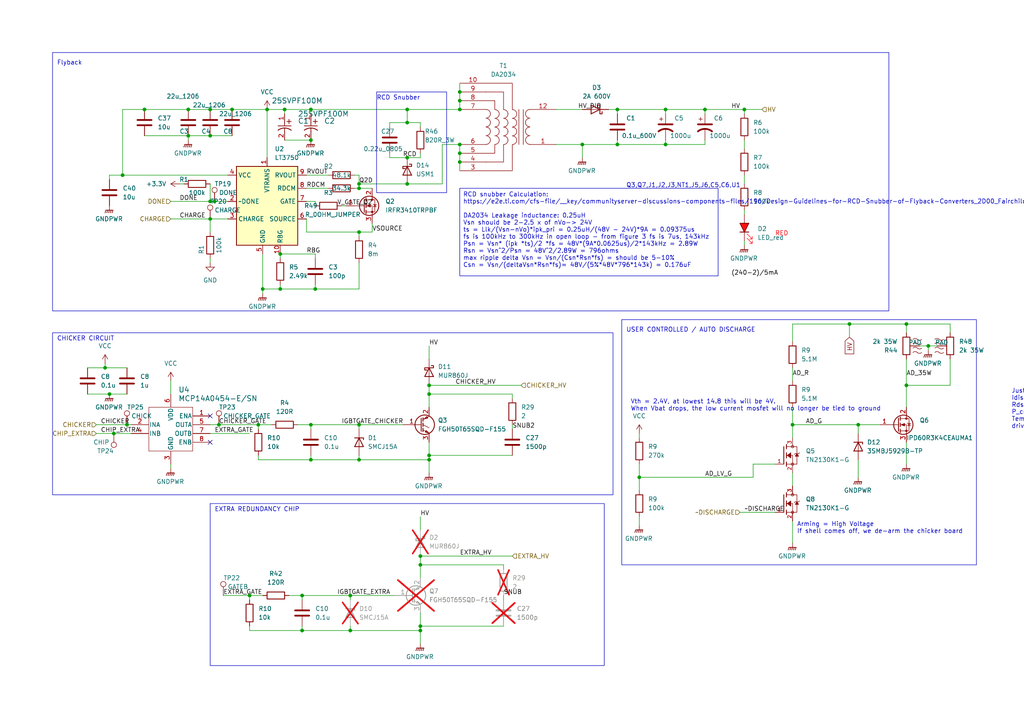
<source format=kicad_sch>
(kicad_sch (version 20230121) (generator eeschema)
  (paper "A4")
  (junction (at 133.35 26.67))
  (junction (at 193.04 41.91))
  (junction (at 121.92 161.29))
  (junction (at 101.6 172.72))
  (junction (at 246.38 93.98))
  (junction (at 168.91 41.91))
  (junction (at 67.31 31.75))
  (junction (at 30.48 106.68))
  (junction (at 133.35 29.21))
  (junction (at 81.28 73.66))
  (junction (at 248.92 123.19))
  (junction (at 124.46 133.35))
  (junction (at 104.14 67.31))
  (junction (at 90.17 31.75))
  (junction (at 133.35 46.99))
  (junction (at 90.17 40.64))
  (junction (at 90.17 133.35))
  (junction (at 118.11 45.72))
  (junction (at 62.23 58.42))
  (junction (at 121.92 182.88))
  (junction (at 121.92 163.83))
  (junction (at 60.96 58.42))
  (junction (at 118.11 35.56))
  (junction (at 124.46 114.3))
  (junction (at 77.47 31.75))
  (junction (at 60.96 63.5))
  (junction (at 104.14 123.19))
  (junction (at 133.35 44.45))
  (junction (at 35.56 50.8))
  (junction (at 179.07 31.75))
  (junction (at 104.14 53.34))
  (junction (at 262.89 93.98))
  (junction (at 262.89 111.76))
  (junction (at 60.96 39.37))
  (junction (at 87.63 172.72))
  (junction (at 90.17 123.19))
  (junction (at 229.87 123.19))
  (junction (at 72.39 172.72))
  (junction (at 81.28 83.82))
  (junction (at 118.11 31.75))
  (junction (at 33.02 125.73))
  (junction (at 179.07 41.91))
  (junction (at 104.14 133.35))
  (junction (at 54.61 39.37))
  (junction (at 74.93 123.19))
  (junction (at 87.63 182.88))
  (junction (at 204.47 31.75))
  (junction (at 60.96 31.75))
  (junction (at 54.61 31.75))
  (junction (at 76.2 83.82))
  (junction (at 133.35 41.91))
  (junction (at 185.42 138.43))
  (junction (at 101.6 182.88))
  (junction (at 121.92 181.61))
  (junction (at 118.11 53.34))
  (junction (at 269.24 100.33))
  (junction (at 91.44 83.82))
  (junction (at 31.75 114.3))
  (junction (at 104.14 54.61))
  (junction (at 133.35 31.75))
  (junction (at 36.83 123.19))
  (junction (at 215.9 31.75))
  (junction (at 124.46 111.76))
  (junction (at 41.91 31.75))
  (junction (at 63.5 123.19))
  (junction (at 124.46 132.08))
  (junction (at 193.04 31.75))
  (junction (at 82.55 31.75))
  (no_connect (at 60.96 128.27))
  (no_connect (at 60.96 120.65))
  (wire (pts (xy 148.59 115.57) (xy 148.59 114.3)))
  (wire (pts (xy 168.91 41.91) (xy 179.07 41.91)))
  (wire (pts (xy 121.92 161.29) (xy 148.59 161.29)))
  (wire (pts (xy 124.46 100.33) (xy 124.46 104.14)))
  (wire (pts (xy 60.96 125.73) (xy 72.39 125.73)))
  (wire (pts (xy 146.05 165.1) (xy 146.05 163.83)))
  (wire (pts (xy 168.91 41.91) (xy 168.91 45.72)))
  (wire (pts (xy 229.87 118.11) (xy 229.87 123.19)))
  (wire (pts (xy 215.9 40.64) (xy 215.9 43.18)))
  (wire (pts (xy 104.14 132.08) (xy 104.14 133.35)))
  (wire (pts (xy 91.44 73.66) (xy 91.44 74.93)))
  (wire (pts (xy 91.44 58.42) (xy 88.9 58.42)))
  (wire (pts (xy 74.93 123.19) (xy 74.93 124.46)))
  (wire (pts (xy 248.92 123.19) (xy 229.87 123.19)))
  (wire (pts (xy 27.94 123.19) (xy 36.83 123.19)))
  (wire (pts (xy 88.9 50.8) (xy 95.25 50.8)))
  (wire (pts (xy 185.42 138.43) (xy 185.42 134.62)))
  (wire (pts (xy 193.04 31.75) (xy 204.47 31.75)))
  (wire (pts (xy 81.28 73.66) (xy 91.44 73.66)))
  (wire (pts (xy 25.4 114.3) (xy 31.75 114.3)))
  (wire (pts (xy 60.96 39.37) (xy 67.31 39.37)))
  (wire (pts (xy 218.44 134.62) (xy 218.44 138.43)))
  (wire (pts (xy 176.53 31.75) (xy 179.07 31.75)))
  (wire (pts (xy 77.47 31.75) (xy 77.47 45.72)))
  (wire (pts (xy 60.96 53.34) (xy 60.96 58.42)))
  (wire (pts (xy 229.87 99.06) (xy 229.87 93.98)))
  (wire (pts (xy 104.14 67.31) (xy 104.14 68.58)))
  (wire (pts (xy 185.42 138.43) (xy 218.44 138.43)))
  (wire (pts (xy 31.75 50.8) (xy 35.56 50.8)))
  (wire (pts (xy 269.24 101.6) (xy 269.24 100.33)))
  (wire (pts (xy 99.06 59.69) (xy 100.33 59.69)))
  (wire (pts (xy 49.53 110.49) (xy 49.53 114.3)))
  (wire (pts (xy 133.35 24.13) (xy 133.35 26.67)))
  (wire (pts (xy 60.96 31.75) (xy 67.31 31.75)))
  (wire (pts (xy 215.9 31.75) (xy 220.98 31.75)))
  (wire (pts (xy 229.87 93.98) (xy 246.38 93.98)))
  (wire (pts (xy 87.63 182.88) (xy 101.6 182.88)))
  (wire (pts (xy 104.14 123.19) (xy 116.84 123.19)))
  (wire (pts (xy 72.39 172.72) (xy 72.39 173.99)))
  (wire (pts (xy 60.96 63.5) (xy 66.04 63.5)))
  (wire (pts (xy 72.39 182.88) (xy 87.63 182.88)))
  (wire (pts (xy 179.07 40.64) (xy 179.07 41.91)))
  (wire (pts (xy 179.07 31.75) (xy 179.07 33.02)))
  (wire (pts (xy 35.56 31.75) (xy 41.91 31.75)))
  (wire (pts (xy 90.17 133.35) (xy 104.14 133.35)))
  (wire (pts (xy 60.96 58.42) (xy 62.23 58.42)))
  (wire (pts (xy 124.46 133.35) (xy 124.46 137.16)))
  (wire (pts (xy 113.03 45.72) (xy 118.11 45.72)))
  (wire (pts (xy 204.47 33.02) (xy 204.47 31.75)))
  (wire (pts (xy 49.53 134.62) (xy 49.53 135.89)))
  (wire (pts (xy 87.63 181.61) (xy 87.63 182.88)))
  (wire (pts (xy 124.46 114.3) (xy 148.59 114.3)))
  (wire (pts (xy 101.6 182.88) (xy 121.92 182.88)))
  (wire (pts (xy 121.92 177.8) (xy 121.92 181.61)))
  (wire (pts (xy 86.36 123.19) (xy 90.17 123.19)))
  (wire (pts (xy 78.74 123.19) (xy 74.93 123.19)))
  (wire (pts (xy 31.75 114.3) (xy 36.83 114.3)))
  (wire (pts (xy 60.96 67.31) (xy 60.96 63.5)))
  (wire (pts (xy 49.53 63.5) (xy 60.96 63.5)))
  (wire (pts (xy 229.87 123.19) (xy 229.87 127)))
  (wire (pts (xy 102.87 50.8) (xy 104.14 50.8)))
  (wire (pts (xy 54.61 39.37) (xy 54.61 40.64)))
  (wire (pts (xy 204.47 41.91) (xy 204.47 40.64)))
  (wire (pts (xy 121.92 163.83) (xy 146.05 163.83)))
  (wire (pts (xy 133.35 26.67) (xy 133.35 29.21)))
  (wire (pts (xy 36.83 123.19) (xy 38.1 123.19)))
  (wire (pts (xy 229.87 151.13) (xy 229.87 157.48)))
  (wire (pts (xy 248.92 123.19) (xy 248.92 125.73)))
  (wire (pts (xy 41.91 39.37) (xy 54.61 39.37)))
  (wire (pts (xy 74.93 132.08) (xy 74.93 133.35)))
  (wire (pts (xy 161.29 31.75) (xy 168.91 31.75)))
  (wire (pts (xy 76.2 172.72) (xy 72.39 172.72)))
  (wire (pts (xy 121.92 44.45) (xy 121.92 45.72)))
  (wire (pts (xy 63.5 123.19) (xy 74.93 123.19)))
  (wire (pts (xy 27.94 125.73) (xy 33.02 125.73)))
  (wire (pts (xy 36.83 106.68) (xy 30.48 106.68)))
  (wire (pts (xy 88.9 67.31) (xy 104.14 67.31)))
  (wire (pts (xy 101.6 173.99) (xy 101.6 172.72)))
  (wire (pts (xy 87.63 172.72) (xy 101.6 172.72)))
  (wire (pts (xy 275.59 111.76) (xy 262.89 111.76)))
  (wire (pts (xy 113.03 35.56) (xy 118.11 35.56)))
  (wire (pts (xy 215.9 31.75) (xy 215.9 33.02)))
  (wire (pts (xy 87.63 172.72) (xy 87.63 173.99)))
  (wire (pts (xy 107.95 67.31) (xy 104.14 67.31)))
  (wire (pts (xy 60.96 74.93) (xy 60.96 76.2)))
  (wire (pts (xy 133.35 46.99) (xy 133.35 49.53)))
  (wire (pts (xy 121.92 181.61) (xy 121.92 182.88)))
  (wire (pts (xy 118.11 53.34) (xy 128.27 53.34)))
  (wire (pts (xy 91.44 83.82) (xy 104.14 83.82)))
  (wire (pts (xy 88.9 54.61) (xy 95.25 54.61)))
  (wire (pts (xy 104.14 50.8) (xy 104.14 53.34)))
  (wire (pts (xy 91.44 82.55) (xy 91.44 83.82)))
  (wire (pts (xy 275.59 93.98) (xy 262.89 93.98)))
  (wire (pts (xy 121.92 149.86) (xy 121.92 153.67)))
  (wire (pts (xy 185.42 138.43) (xy 185.42 142.24)))
  (wire (pts (xy 193.04 31.75) (xy 193.04 33.02)))
  (wire (pts (xy 118.11 45.72) (xy 121.92 45.72)))
  (wire (pts (xy 54.61 39.37) (xy 60.96 39.37)))
  (wire (pts (xy 128.27 41.91) (xy 128.27 53.34)))
  (wire (pts (xy 104.14 76.2) (xy 104.14 83.82)))
  (wire (pts (xy 262.89 93.98) (xy 262.89 96.52)))
  (wire (pts (xy 81.28 73.66) (xy 81.28 74.93)))
  (wire (pts (xy 35.56 50.8) (xy 66.04 50.8)))
  (wire (pts (xy 83.82 172.72) (xy 87.63 172.72)))
  (wire (pts (xy 30.48 105.41) (xy 30.48 106.68)))
  (wire (pts (xy 81.28 83.82) (xy 91.44 83.82)))
  (wire (pts (xy 35.56 31.75) (xy 35.56 50.8)))
  (wire (pts (xy 262.89 128.27) (xy 262.89 134.62)))
  (wire (pts (xy 193.04 40.64) (xy 193.04 41.91)))
  (wire (pts (xy 121.92 161.29) (xy 121.92 163.83)))
  (wire (pts (xy 275.59 104.14) (xy 275.59 111.76)))
  (wire (pts (xy 113.03 36.83) (xy 113.03 35.56)))
  (wire (pts (xy 269.24 100.33) (xy 266.7 100.33)))
  (wire (pts (xy 74.93 133.35) (xy 90.17 133.35)))
  (wire (pts (xy 121.92 182.88) (xy 121.92 186.69)))
  (wire (pts (xy 121.92 35.56) (xy 121.92 36.83)))
  (wire (pts (xy 246.38 97.79) (xy 246.38 93.98)))
  (wire (pts (xy 104.14 133.35) (xy 124.46 133.35)))
  (wire (pts (xy 104.14 53.34) (xy 104.14 54.61)))
  (wire (pts (xy 118.11 31.75) (xy 133.35 31.75)))
  (wire (pts (xy 76.2 73.66) (xy 76.2 83.82)))
  (wire (pts (xy 107.95 67.31) (xy 107.95 64.77)))
  (wire (pts (xy 151.13 111.76) (xy 124.46 111.76)))
  (wire (pts (xy 224.79 134.62) (xy 218.44 134.62)))
  (wire (pts (xy 193.04 41.91) (xy 204.47 41.91)))
  (wire (pts (xy 124.46 114.3) (xy 124.46 118.11)))
  (wire (pts (xy 90.17 31.75) (xy 90.17 33.02)))
  (wire (pts (xy 77.47 31.75) (xy 82.55 31.75)))
  (wire (pts (xy 64.77 172.72) (xy 72.39 172.72)))
  (wire (pts (xy 118.11 35.56) (xy 121.92 35.56)))
  (wire (pts (xy 101.6 181.61) (xy 101.6 182.88)))
  (wire (pts (xy 275.59 96.52) (xy 275.59 93.98)))
  (wire (pts (xy 91.44 59.69) (xy 91.44 58.42)))
  (wire (pts (xy 54.61 31.75) (xy 60.96 31.75)))
  (wire (pts (xy 248.92 133.35) (xy 248.92 138.43)))
  (wire (pts (xy 185.42 125.73) (xy 185.42 127)))
  (wire (pts (xy 121.92 163.83) (xy 121.92 167.64)))
  (wire (pts (xy 60.96 123.19) (xy 63.5 123.19)))
  (wire (pts (xy 269.24 100.33) (xy 271.78 100.33)))
  (wire (pts (xy 179.07 31.75) (xy 193.04 31.75)))
  (wire (pts (xy 124.46 128.27) (xy 124.46 132.08)))
  (wire (pts (xy 33.02 125.73) (xy 38.1 125.73)))
  (wire (pts (xy 121.92 181.61) (xy 146.05 181.61)))
  (wire (pts (xy 52.07 53.34) (xy 53.34 53.34)))
  (wire (pts (xy 76.2 83.82) (xy 76.2 85.09)))
  (wire (pts (xy 81.28 82.55) (xy 81.28 83.82)))
  (wire (pts (xy 229.87 106.68) (xy 229.87 110.49)))
  (wire (pts (xy 133.35 41.91) (xy 133.35 44.45)))
  (wire (pts (xy 41.91 31.75) (xy 54.61 31.75)))
  (wire (pts (xy 262.89 104.14) (xy 262.89 111.76)))
  (wire (pts (xy 31.75 50.8) (xy 31.75 52.07)))
  (wire (pts (xy 214.63 148.59) (xy 224.79 148.59)))
  (wire (pts (xy 204.47 31.75) (xy 215.9 31.75)))
  (wire (pts (xy 262.89 111.76) (xy 262.89 118.11)))
  (wire (pts (xy 25.4 106.68) (xy 30.48 106.68)))
  (wire (pts (xy 82.55 31.75) (xy 82.55 33.02)))
  (wire (pts (xy 88.9 67.31) (xy 88.9 63.5)))
  (wire (pts (xy 90.17 123.19) (xy 90.17 124.46)))
  (wire (pts (xy 76.2 83.82) (xy 81.28 83.82)))
  (wire (pts (xy 49.53 58.42) (xy 60.96 58.42)))
  (wire (pts (xy 101.6 172.72) (xy 114.3 172.72)))
  (wire (pts (xy 146.05 172.72) (xy 146.05 173.99)))
  (wire (pts (xy 82.55 40.64) (xy 90.17 40.64)))
  (wire (pts (xy 255.27 123.19) (xy 248.92 123.19)))
  (wire (pts (xy 179.07 41.91) (xy 193.04 41.91)))
  (wire (pts (xy 104.14 124.46) (xy 104.14 123.19)))
  (wire (pts (xy 113.03 44.45) (xy 113.03 45.72)))
  (wire (pts (xy 90.17 132.08) (xy 90.17 133.35)))
  (wire (pts (xy 107.95 54.61) (xy 104.14 54.61)))
  (wire (pts (xy 90.17 31.75) (xy 118.11 31.75)))
  (wire (pts (xy 215.9 50.8) (xy 215.9 53.34)))
  (wire (pts (xy 128.27 41.91) (xy 133.35 41.91)))
  (wire (pts (xy 215.9 60.96) (xy 215.9 62.23)))
  (wire (pts (xy 133.35 29.21) (xy 133.35 31.75)))
  (wire (pts (xy 118.11 31.75) (xy 118.11 35.56)))
  (wire (pts (xy 124.46 132.08) (xy 124.46 133.35)))
  (wire (pts (xy 82.55 31.75) (xy 90.17 31.75)))
  (wire (pts (xy 229.87 137.16) (xy 229.87 140.97)))
  (wire (pts (xy 90.17 123.19) (xy 104.14 123.19)))
  (wire (pts (xy 124.46 111.76) (xy 124.46 114.3)))
  (wire (pts (xy 72.39 181.61) (xy 72.39 182.88)))
  (wire (pts (xy 185.42 149.86) (xy 185.42 152.4)))
  (wire (pts (xy 215.9 69.85) (xy 215.9 71.12)))
  (wire (pts (xy 67.31 31.75) (xy 77.47 31.75)))
  (wire (pts (xy 246.38 93.98) (xy 262.89 93.98)))
  (wire (pts (xy 133.35 44.45) (xy 133.35 46.99)))
  (wire (pts (xy 102.87 54.61) (xy 104.14 54.61)))
  (wire (pts (xy 104.14 53.34) (xy 118.11 53.34)))
  (wire (pts (xy 161.29 41.91) (xy 168.91 41.91)))
  (wire (pts (xy 62.23 58.42) (xy 66.04 58.42)))
  (wire (pts (xy 124.46 132.08) (xy 148.59 132.08)))
  (wire (pts (xy 148.59 123.19) (xy 148.59 124.46)))
  (rectangle (start 60.96 146.05) (end 175.26 193.04))
  (rectangle (start 15.24 15.24) (end 257.81 90.17))
  (rectangle (start 180.34 92.71) (end 283.21 163.83))
  (rectangle (start 109.22 26.67) (end 129.54 55.88))
  (rectangle (start 15.24 96.52) (end 177.8 143.51))
  (text_box "RCD snubber Calculation: https://e2e.ti.com/cfs-file/__key/communityserver-discussions-components-files/196/Design-Guidelines-for-RCD-Snubber-of-Flyback-Converters_2D00_Fairchild-AN4147.pdf\n\nDA2034 Leakage inductance: 0.25uH\nVsn should be 2-2.5 x of nVo-> 24V\nts = Llk/(Vsn-nVo)*ipk_pri = 0.25uH/(48V - 24V)*9A = 0.09375us\nfs is 100kHz to 300kHz in open loop - from figure 3 fs is 7us, 143kHz\nPsn = Vsn* (ipk *ts)/2 *fs = 48V*(9A*0.0625us)/2*143kHz = 2.89W\nRsn = Vsn^2/Psn = 48V^2/2.89W = 796ohms\nmax ripple delta Vsn = Vsn/(Csn*Rsn*fs) = should be 5-10%\nCsn = Vsn/(deltaVsn*Rsn*fs)= 48V/(5%*48V*796*143k) = 0.176uF\n" (at 133.35 54.61 0) (size 74.93 25.4) (effects (font (size 1.27 1.27)) (justify left top)))
  (text "(240-2)/5mA" (at 212.09 80.01 0) (effects (font (size 1.27 1.27)) (justify left bottom)))
  (text "RCD Snubber" (at 109.22 29.21 0) (effects (font (size 1.27 1.27)) (justify left bottom)))
  (text "Justification for autodischarge mosfet:\nIdis = 240/2k = 0.12A\nRdson = 3.4ohms\nP_cond = Rdson * Idis^2 = 3.4*0.12^2=0.049W\nTemp increase = 45C/W*0.049W = 2Celcius (easily overspecced due to cost)\ndrive voltage of 10V" (at 293.37 124.46 0) (effects (font (size 1.27 1.27)) (justify left bottom)))
  (text "Arming = High Voltage\nIf shell comes off, we de-arm the chicker board" (at 231.14 154.94 0) (effects (font (size 1.27 1.27)) (justify left bottom)))
  (text "Q3,Q7,J1,J2,J3,NT1,J5,J6,C5,C6,U1" (at 181.61 54.61 0) (effects (font (size 1.27 1.27)) (justify left bottom)))
  (text "Flyback" (at 16.51 19.05 0) (effects (font (size 1.27 1.27)) (justify left bottom)))
  (text "USER CONTROLLED / AUTO DISCHARGE" (at 181.61 96.52 0) (effects (font (size 1.27 1.27)) (justify left bottom)))
  (text "Vth = 2.4V, at lowest 14.8 this will be 4V. \nWhen Vbat drops, the low current mosfet will no longer be tied to ground" (at 182.88 119.38 0) (effects (font (size 1.27 1.27)) (justify left bottom)))
  (text "RED" (at 224.79 68.58 0) (effects (font (size 1.27 1.27)) (justify left bottom)))
  (text "EXTRA REDUNDANCY CHIP" (at 62.23 148.59 0) (effects (font (size 1.27 1.27)) (justify left bottom)))
  (text "CHICKER CIRCUIT" (at 16.51 99.06 0) (effects (font (size 1.27 1.27)) (justify left bottom)))
  (label "AD_LV_G" (at 204.47 138.43 0))
  (label "V_GATE_Q2" (at 97.79 59.69 0))
  (label "IGBTGATE_CHICKER" (at 99.06 123.19 0))
  (label "HV" (at 124.46 100.33 0))
  (label "AD_35W" (at 262.89 109.22 0))
  (label "EXTRA_GATE" (at 64.77 172.72 0))
  (label "CHICKER_GATE" (at 63.5 123.19 0))
  (label "IGBTGATE_EXTRA" (at 97.79 172.72 0))
  (label "DONE" (at 52.07 58.42 0))
  (label "EXTRA_HV" (at 133.35 161.29 0))
  (label "RDCM" (at 88.9 54.61 0))
  (label "CHICKER_HV" (at 132.08 111.76 0))
  (label "AD_R" (at 229.87 109.22 0))
  (label "HV_DIO" (at 167.64 31.75 0))
  (label "~DISCHARGE" (at 215.9 148.59 0))
  (label "Q2D" (at 104.14 53.34 0))
  (label "EXTRA_GATE" (at 62.23 125.73 0))
  (label "RCD" (at 116.84 45.72 0))
  (label "SNUB" (at 146.05 172.72 0))
  (label "AD_G" (at 233.68 123.19 0))
  (label "HV" (at 121.92 149.86 0))
  (label "CHARGE" (at 52.07 63.5 0))
  (label "SNUB2" (at 148.59 124.46 0))
  (label "CHIP_EXTRA" (at 29.21 125.73 0))
  (label "RVOUT" (at 88.9 50.8 0))
  (label "RBG" (at 88.9 73.66 0))
  (label "CHICKER" (at 29.21 123.19 0))
  (label "VSOURCE" (at 107.95 67.31 0))
  (label "HV" (at 212.09 31.75 0))
  (global_label "HV" (shape input) (at 246.38 97.79 270) (property "Intersheetrefs" "${INTERSHEET_REFS}" (effects hide)))
  (hierarchical_label "CHICKER" (shape input) (at 27.94 123.19 180))
  (hierarchical_label "EXTRA_HV" (shape input) (at 148.59 161.29 0))
  (hierarchical_label "~DISCHARGE" (shape input) (at 214.63 148.59 180))
  (hierarchical_label "CHARGE" (shape input) (at 49.53 63.5 180))
  (hierarchical_label "DONE" (shape input) (at 49.53 58.42 180))
  (hierarchical_label "CHIP_EXTRA" (shape input) (at 27.94 125.73 180))
  (hierarchical_label "HV" (shape input) (at 220.98 31.75 0))
  (hierarchical_label "CHICKER_HV" (shape input) (at 151.13 111.76 0))
  (symbol (lib_id "bots:C_100p") (at 91.44 78.74 0) (unit 1)
    (property "Reference" "C3" (at 95.25 77.47 0) (effects (justify left)))
    (property "Value" "100p" (at 95.25 80.01 0) (effects (justify left)))
    (property "Footprint" "bots:C_0603_1608Metric" (effects hide))
    (property "MPN" "CL10C101JB8NNNC" (effects hide))
    (property "Manufacturer" "Samsung Electro-Mechanics" (effects hide))
    (property "Price" "0.0026" (effects hide))
    (property "JLC" "0603" (effects hide))
    (property "LCSC" "C14858" (effects hide))
    (property "JLC Extended" "no" (effects hide))
    (instances (project "chicker" (path "" (reference "C3") (unit 1)) (path "" (reference "C7") (unit 1))))
  )
  (symbol (lib_id "power:GNDPWR") (at 215.9 71.12 0) (unit 1)
    (property "Reference" "#PWR020" (effects hide))
    (property "Value" "GNDPWR" (at 215.773 74.93 0))
  )
  (symbol (lib_id "bots:R_100k") (at 185.42 146.05 0) (unit 1)
    (property "Reference" "R9" (at 187.96 144.78 0) (effects (justify left)))
    (property "Value" "100k" (at 187.96 147.32 0) (effects (justify left)))
    (property "Footprint" "bots:R_0603_1608Metric" (effects hide))
    (property "MPN" "0603WAF1003T5E" (effects hide))
    (property "Manufacturer" "UNI-ROYAL(Uniroyal Elec)" (effects hide))
    (property "Price" "0.0009" (effects hide))
    (property "JLC" "0603" (effects hide))
    (property "LCSC" "C25803" (effects hide))
    (property "JLC Extended" "no" (effects hide))
    (instances (project "chicker" (path "" (reference "R9") (unit 1)) (path "" (reference "R32") (unit 1))))
  )
  (symbol (lib_id "power:GNDPWR") (at 185.42 152.4 0) (unit 1)
    (property "Reference" "#PWR054" (effects hide))
    (property "Value" "GNDPWR" (at 185.293 156.21 0))
  )
  (symbol (lib_id "bots:TN2130K1-G") (at 227.33 132.08 0) (unit 1)
    (property "Reference" "Q5" (at 233.68 130.81 0) (effects (justify left)))
    (property "Value" "TN2130K1-G\n" (at 233.68 133.35 0) (effects (justify left)))
    (property "Footprint" "bots:SOT95P240X111-3N" (effects hide))
    (property "Package" "SOT-23-3" (effects hide))
    (property "Price" "0.65" (effects hide))
    (property "Description" "N-Channel 50 V 200mA (Ta) 225mW (Ta) Surface Mount SOT-23-3 (TO-236)" (effects hide))
    (property "MPN" "TN2130K1-G" (effects hide))
    (property "JLC" "SOT-23-3" (effects hide))
    (property "LCSC" "C626652" (effects hide))
    (property "Manufacturer" "Microchip" (effects hide))
    (property "MF" "Diodes Inc." (effects hide))
    (property "JLC Extended" "yes" (effects hide))
  )
  (symbol (lib_id "power:GNDPWR") (at 248.92 138.43 0) (unit 1)
    (property "Reference" "#PWR072" (effects hide))
    (property "Value" "GNDPWR" (at 248.793 142.24 0))
  )
  (symbol (lib_id "power:GNDPWR") (at 76.2 85.09 0) (unit 1)
    (property "Reference" "#PWR02" (effects hide))
    (property "Value" "GNDPWR" (at 76.073 88.9 0))
  )
  (symbol (lib_id "bots:TestPoint_1x1") (at 36.83 123.19 0) (unit 1) (in_bom no)
    (property "Reference" "TP25" (at 36.83 118.11 0) (effects (justify left)))
    (property "Value" "CHICK" (at 38.1 120.65 0) (effects (justify left)))
    (property "Footprint" "bots:TestPoint_Pad_1.0x1.0mm" (effects hide))
    (instances (project "chicker" (path "" (reference "TP25") (unit 1)) (path "" (reference "TP18") (unit 1))))
  )
  (symbol (lib_id "bots:R_270k") (at 185.42 130.81 0) (unit 1)
    (property "Reference" "R9" (at 187.96 129.54 0) (effects (justify left)))
    (property "Value" "270k" (at 187.96 132.08 0) (effects (justify left)))
    (property "Footprint" "bots:R_0603_1608Metric" (effects hide))
    (property "MPN" "0603WAF2703T5E" (effects hide))
    (property "Manufacturer" "UNI-ROYAL(Uniroyal Elec)" (effects hide))
    (property "Price" "0.0009" (effects hide))
    (property "JLC" "0603" (effects hide))
    (property "LCSC" "C22965" (effects hide))
    (property "JLC Extended" "no" (effects hide))
    (instances (project "chicker" (path "" (reference "R9") (unit 1)) (path "" (reference "R31") (unit 1))))
  )
  (symbol (lib_id "power:GNDPWR") (at 269.24 101.6 0) (unit 1)
    (property "Reference" "#PWR073" (effects hide))
    (property "Value" "GNDPWR" (at 269.113 105.41 0))
  )
  (symbol (lib_id "bots:C_1000u_POL_reversed") (at 204.47 36.83 0) (unit 1)
    (property "Reference" "C6" (at 207.01 34.29 0) (effects (justify left)))
    (property "Value" "1000u" (at 205.74 39.37 0) (effects (justify left)))
    (property "Footprint" "bots:CP_Radial_Horizontal_D25.4mm_H45mm_reversed" (effects hide))
    (property "MPN" "ESMQ251VSN102MQ45S" (effects hide))
    (property "Manufacturer" "Chemi-Con" (effects hide))
    (property "Price" "9.07" (effects hide))
  )
  (symbol (lib_id "power:GNDPWR") (at 124.46 137.16 0) (unit 1)
    (property "Reference" "#PWR021" (effects hide))
    (property "Value" "GNDPWR" (at 124.333 140.97 0))
  )
  (symbol (lib_id "bots:TestPoint_1x1") (at 64.77 172.72 0) (unit 1) (in_bom no)
    (property "Reference" "TP22" (at 64.77 167.64 0) (effects (justify left)))
    (property "Value" "GATEB" (at 66.04 170.18 0) (effects (justify left)))
    (property "Footprint" "bots:TestPoint_Pad_1.0x1.0mm" (effects hide))
    (instances (project "chicker" (path "" (reference "TP22") (unit 1)) (path "" (reference "TP18") (unit 1))))
  )
  (symbol (lib_id "bots:LED_red") (at 215.9 66.04 90) (unit 1)
    (property "Reference" "D2" (at 219.71 66.3575 90) (effects (justify right)))
    (property "Value" "LED_red" (at 219.71 68.8975 90) (effects (justify right)))
    (property "Footprint" "bots:LED_1206MERGE0805" (effects hide))
    (property "MPN" "NCD0805R1" (effects hide))
    (property "Manufacturer" "Foshan NationStar Optoelectronics" (effects hide))
    (property "Price" "0.0122" (effects hide))
    (property "JLC" "0805" (effects hide))
    (property "LCSC" "C84256" (effects hide))
    (property "JLC Extended" "no" (effects hide))
    (instances (project "chicker" (path "" (reference "D2") (unit 1)) (path "" (reference "D4") (unit 1))))
  )
  (symbol (lib_id "bots:R_47.5k") (at 99.06 50.8 90) (unit 1)
    (property "Reference" "R2" (at 95.25 48.26 90))
    (property "Value" "48.1k" (at 99.06 50.8 90))
    (property "Footprint" "bots:R_0603_1608Metric" (effects hide))
    (property "MPN" "0603WAF4752T5E" (effects hide))
    (property "Manufacturer" "UNI-ROYAL(Uniroyal Elec)" (effects hide))
    (property "Price" "0.0009" (effects hide))
    (property "JLC" "0603" (effects hide))
    (property "LCSC" "C23061" (effects hide))
    (instances (project "chicker" (path "" (reference "R2") (unit 1)) (path "" (reference "R5") (unit 1))))
  )
  (symbol (lib_id "bots:IPD60R3K4CEAUMA1") (at 260.35 123.19 0) (unit 1)
    (property "Reference" "Q6" (at 266.7 121.92 0) (effects (justify left)))
    (property "Value" "IPD60R3K4CEAUMA1" (at 262.89 127 0) (effects (justify left)))
    (property "Footprint" "bots:DPAK-3_ONS" (effects hide))
    (property "Manufacturer" "Infineon" (effects hide))
    (property "MPN" "IPD60R3K4CEAUMA1" (effects hide))
    (property "JLC" "TO-252" (effects hide))
    (property "LCSC" "N/A" (effects hide))
    (property "Price" "0.653" (effects hide))
    (property "JLC Extended" "N/A" (effects hide))
  )
  (symbol (lib_id "bots:TestPoint_1x1") (at 63.5 123.19 0) (unit 1) (in_bom no)
    (property "Reference" "TP23" (at 63.5 118.11 0) (effects (justify left)))
    (property "Value" "CHICKER_GATE" (at 64.77 120.65 0) (effects (justify left)))
    (property "Footprint" "bots:TestPoint_Pad_1.0x1.0mm" (effects hide))
    (instances (project "chicker" (path "" (reference "TP23") (unit 1)) (path "" (reference "TP18") (unit 1))))
  )
  (symbol (lib_name "R_100k_4") (lib_id "bots:R_100k") (at 215.9 46.99 180) (unit 1)
    (property "Reference" "R7" (at 218.44 45.72 0) (effects (justify right)))
    (property "Value" "100k" (at 218.44 48.26 0) (effects (justify right)))
    (property "Footprint" "bots:R_0603_1608Metric" (effects hide))
    (property "MPN" "0603WAF1003T5E" (effects hide))
    (property "Manufacturer" "UNI-ROYAL(Uniroyal Elec)" (effects hide))
    (property "Price" "0.0009" (effects hide))
    (property "JLC" "0603" (effects hide))
    (property "LCSC" "C25803" (effects hide))
    (property "JLC Extended" "no" (effects hide))
    (instances (project "chicker" (path "" (reference "R7") (unit 1)) (path "" (reference "R10") (unit 1))))
  )
  (symbol (lib_id "bots:C_1500p") (at 148.59 128.27 0) (unit 1)
    (property "Reference" "C27" (at 152.4 127 0) (effects (justify left)))
    (property "Value" "1500p" (at 152.4 129.54 0) (effects (justify left)))
    (property "Footprint" "bots:C_0805_2012Metric" (effects hide))
    (property "MPN" "C2012C0G2A152JT000N" (effects hide))
    (property "Manufacturer" "TDK" (effects hide))
    (property "Price" "0.0396" (effects hide))
    (property "JLC" "0805" (effects hide))
    (property "LCSC" "C342996" (effects hide))
    (instances (project "chicker" (path "" (reference "C27") (unit 1)) (path "" (reference "C10") (unit 1))))
  )
  (symbol (lib_id "bots:D_USM1") (at 118.11 49.53 270) (unit 1)
    (property "Reference" "D14" (at 120.65 47.9425 90) (effects (justify left)))
    (property "Value" "USM1" (at 120.65 50.4825 90) (effects (justify left)))
    (property "Footprint" "bots:D_SMA" (effects hide))
    (property "MPN" "USM1" (effects hide))
    (property "Manufacturer" "Vishay Intertech" (effects hide))
    (property "Price" "0.1038" (effects hide))
    (property "JLC" "SMA" (effects hide))
    (property "LCSC" "C412437" (effects hide))
    (property "JLC Extended" "no" (effects hide))
  )
  (symbol (lib_id "power:GNDPWR") (at 31.75 114.3 0) (unit 1)
    (property "Reference" "#PWR046" (effects hide))
    (property "Value" "GNDPWR" (at 31.623 118.11 0))
  )
  (symbol (lib_name "R_100k_5") (lib_id "bots:R_100k") (at 57.15 53.34 270) (unit 1)
    (property "Reference" "R1" (at 53.34 52.07 90))
    (property "Value" "100k" (at 57.15 55.88 90))
    (property "Footprint" "bots:R_0603_1608Metric" (effects hide))
    (property "MPN" "0603WAF1003T5E" (effects hide))
    (property "Manufacturer" "UNI-ROYAL(Uniroyal Elec)" (effects hide))
    (property "Price" "0.0009" (effects hide))
    (property "JLC" "0603" (effects hide))
    (property "LCSC" "C25803" (effects hide))
    (property "JLC Extended" "no" (effects hide))
  )
  (symbol (lib_id "bots:R_120R") (at 82.55 123.19 90) (unit 1)
    (property "Reference" "R4" (at 82.55 116.84 90))
    (property "Value" "120R" (at 82.55 119.38 90))
    (property "Footprint" "bots:R_0603_1608Metric" (effects hide))
    (property "MPN" "0603WAF1200T5E" (effects hide))
    (property "Manufacturer" "UNI-ROYAL(Uniroyal Elec)" (effects hide))
    (property "Price" "0.001" (effects hide))
    (property "JLC" "0603" (effects hide))
    (property "LCSC" "C22787" (effects hide))
    (property "JLC Extended" "no" (effects hide))
  )
  (symbol (lib_id "power:GNDPWR") (at 262.89 134.62 0) (unit 1)
    (property "Reference" "#PWR062" (effects hide))
    (property "Value" "GNDPWR" (at 262.763 138.43 0))
  )
  (symbol (lib_id "power:GNDPWR") (at 168.91 45.72 0) (unit 1)
    (property "Reference" "#PWR018" (effects hide))
    (property "Value" "GNDPWR" (at 168.783 49.53 0))
  )
  (symbol (lib_id "power:VCC") (at 77.47 31.75 0) (unit 1)
    (property "Reference" "#PWR09" (effects hide))
    (property "Value" "VCC" (at 77.47 26.67 0))
  )
  (symbol (lib_id "bots:C_1000u_POL") (at 193.04 36.83 0) (unit 1)
    (property "Reference" "C5" (at 195.58 34.29 0) (effects (justify left)))
    (property "Value" "1000u" (at 194.31 39.37 0) (effects (justify left)))
    (property "Footprint" "bots:CP_Radial_Horizontal_D25.4mm_H45mm" (effects hide))
    (property "MPN" "ESMQ251VSN102MQ45S" (effects hide))
    (property "Manufacturer" "Chemi-Con" (effects hide))
    (property "Price" "9.07" (effects hide))
  )
  (symbol (lib_id "bots:DA2034") (at 151.13 36.83 0) (unit 1)
    (property "Reference" "T1" (at 146.0227 19.05 0))
    (property "Value" "DA2034" (at 146.0227 21.59 0))
    (property "Footprint" "bots:DA2034-ALD_COC" (effects hide))
    (property "MPN" "DA2034-ALD" (effects hide))
    (property "Manufacturer" "Coilcraft" (effects hide))
    (property "Price" "13.35" (effects hide))
  )
  (symbol (lib_id "bots:25SVPF100M") (at 82.55 33.02 270) (unit 1)
    (property "Reference" "C1" (at 86.36 35.0774 90) (effects (font (size 1.524 1.524)) (justify left)))
    (property "Value" "25SVPF100M" (at 78.74 29.21 90) (effects (font (size 1.524 1.524)) (justify left)))
    (property "Footprint" "bots:CAP_25SVPF100M" (effects hide))
    (property "Datasheet" "25SVPF100M" (effects hide))
    (property "LCSC" "C136279" (effects hide))
    (property "JLC Extended" "yes" (effects hide))
  )
  (symbol (lib_id "bots:C_10u") (at 41.91 35.56 0) (unit 1)
    (property "Reference" "C37" (at 45.72 34.29 0) (effects (justify left)))
    (property "Value" "10u" (at 45.72 36.83 0) (effects (justify left)))
    (property "Footprint" "bots:C_0805_2012Metric" (effects hide))
    (property "MPN" "GRM21BR61H106KE43L" (effects hide))
    (property "Manufacturer" "Murata" (effects hide))
    (property "Price" "0.0645" (effects hide))
    (property "JLC" "0805" (effects hide))
    (property "LCSC" "C440198" (effects hide))
    (property "JLC Extended" "no" (effects hide))
  )
  (symbol (lib_id "bots:R_120R") (at 80.01 172.72 90) (unit 1)
    (property "Reference" "R42" (at 80.01 166.37 90))
    (property "Value" "120R" (at 80.01 168.91 90))
    (property "Footprint" "bots:R_0603_1608Metric" (effects hide))
    (property "MPN" "0603WAF1200T5E" (effects hide))
    (property "Manufacturer" "UNI-ROYAL(Uniroyal Elec)" (effects hide))
    (property "Price" "0.001" (effects hide))
    (property "JLC" "0603" (effects hide))
    (property "LCSC" "C22787" (effects hide))
    (property "JLC Extended" "no" (effects hide))
  )
  (symbol (lib_id "bots:TestPoint_1x1") (at 33.02 125.73 180) (unit 1) (in_bom no)
    (property "Reference" "TP24" (at 33.02 130.81 0) (effects (justify left)))
    (property "Value" "CHIP" (at 31.75 128.27 0) (effects (justify left)))
    (property "Footprint" "bots:TestPoint_Pad_1.0x1.0mm" (effects hide))
    (instances (project "chicker" (path "" (reference "TP24") (unit 1)) (path "" (reference "TP18") (unit 1))))
  )
  (symbol (lib_id "power:+3.3V") (at 52.07 53.34 90) (unit 1)
    (property "Reference" "#PWR012" (effects hide))
    (property "Value" "+3.3V" (at 48.26 53.34 90) (effects (justify left)))
    (instances (project "chicker" (path "" (reference "#PWR012") (unit 1)) (path "" (reference "#PWR05") (unit 1))))
  )
  (symbol (lib_id "bots:TN2130K1-G") (at 227.33 146.05 0) (unit 1)
    (property "Reference" "Q8" (at 233.68 144.78 0) (effects (justify left)))
    (property "Value" "TN2130K1-G\n" (at 233.68 147.32 0) (effects (justify left)))
    (property "Footprint" "bots:SOT95P240X111-3N" (effects hide))
    (property "Package" "SOT-23-3" (effects hide))
    (property "Price" "0.67" (effects hide))
    (property "Description" "N-Channel 50 V 200mA (Ta) 225mW (Ta) Surface Mount SOT-23-3 (TO-236)" (effects hide))
    (property "MPN" "TN2130K1-G" (effects hide))
    (property "JLC" "SOT-23-3" (effects hide))
    (property "LCSC" "C626652" (effects hide))
    (property "Manufacturer" "Microchip" (effects hide))
    (property "MF" "Diodes Inc." (effects hide))
    (property "JLC Extended" "yes" (effects hide))
  )
  (symbol (lib_id "power:VCC") (at 49.53 110.49 0) (unit 1)
    (property "Reference" "#PWR09" (effects hide))
    (property "Value" "VCC" (at 49.53 105.41 0))
    (instances (project "chicker" (path "" (reference "#PWR09") (unit 1)) (path "" (reference "#PWR061") (unit 1))))
  )
  (symbol (lib_id "bots:C_0.1u") (at 87.63 177.8 0) (unit 1)
    (property "Reference" "C10" (at 91.44 176.53 0) (effects (justify left)))
    (property "Value" "0.1u" (at 91.44 179.07 0) (effects (justify left)))
    (property "Footprint" "bots:C_0603_1608Metric" (effects hide))
    (property "MPN" "CC0603KRX7R9BB104" (effects hide))
    (property "Manufacturer" "YAGEO" (effects hide))
    (property "Price" "0.0021" (effects hide))
    (property "JLC" "0603" (effects hide))
    (property "LCSC" "C14663" (effects hide))
    (property "JLC Extended" "no" (effects hide))
    (instances (project "chicker" (path "" (reference "C10") (unit 1)) (path "" (reference "C38") (unit 1))))
  )
  (symbol (lib_id "power:GNDPWR") (at 121.92 186.69 0) (unit 1)
    (property "Reference" "#PWR012" (effects hide))
    (property "Value" "GNDPWR" (at 121.793 190.5 0))
  )
  (symbol (lib_id "bots:C_10u") (at 31.75 55.88 0) (unit 1)
    (property "Reference" "C40" (at 35.56 54.61 0) (effects (justify left)))
    (property "Value" "10u" (at 35.56 57.15 0) (effects (justify left)))
    (property "Footprint" "bots:C_0805_2012Metric" (effects hide))
    (property "MPN" "GRM21BR61H106KE43L" (effects hide))
    (property "Manufacturer" "Murata" (effects hide))
    (property "Price" "0.0645" (effects hide))
    (property "JLC" "0805" (effects hide))
    (property "LCSC" "C440198" (effects hide))
    (property "JLC Extended" "no" (effects hide))
  )
  (symbol (lib_id "power:GNDPWR") (at 49.53 135.89 0) (unit 1)
    (property "Reference" "#PWR04" (effects hide))
    (property "Value" "GNDPWR" (at 49.403 139.7 0))
  )
  (symbol (lib_id "bots:R_0OHM_JUMPER") (at 95.25 59.69 90) (unit 1)
    (property "Reference" "R49" (at 90.17 59.69 90))
    (property "Value" "R_0OHM_JUMPER" (at 96.52 62.23 90))
    (property "Footprint" "bots:R_0603_1608Metric" (effects hide))
    (property "MPN" "0603WAF0000T5E" (effects hide))
    (property "Manufacturer" "UNI-ROYAL(Uniroyal Elec)" (effects hide))
    (property "Price" "0.001" (effects hide))
    (property "JLC" "0603" (effects hide))
    (property "LCSC" "C21189" (effects hide))
    (property "JLC Extended" "no" (effects hide))
  )
  (symbol (lib_id "bots:C_0.1u") (at 25.4 110.49 0) (unit 1)
    (property "Reference" "C8" (at 29.21 109.22 0) (effects (justify left)))
    (property "Value" "0.1u" (at 29.21 111.76 0) (effects (justify left)))
    (property "Footprint" "bots:C_0603_1608Metric" (effects hide))
    (property "MPN" "CC0603KRX7R9BB104" (effects hide))
    (property "Manufacturer" "YAGEO" (effects hide))
    (property "Price" "0.0021" (effects hide))
    (property "JLC" "0603" (effects hide))
    (property "LCSC" "C14663" (effects hide))
    (property "JLC Extended" "no" (effects hide))
    (instances (project "chicker" (path "" (reference "C8") (unit 1)) (path "" (reference "C34") (unit 1))))
  )
  (symbol (lib_id "power:GND") (at 60.96 76.2 0) (unit 1)
    (property "Reference" "#PWR?" (effects hide))
    (property "Value" "GND" (at 60.96 81.28 0))
    (instances (project "chicker" (path "" (reference "#PWR?") (unit 1)) (path "" (reference "#PWR08") (unit 1)) (path "" (reference "#PWR025") (unit 1)) (path "" (reference "#PWR010") (unit 1))))
  )
  (symbol (lib_id "bots:R_2R_0805") (at 146.05 168.91 0) (unit 1) (in_bom no) (dnp yes)
    (property "Reference" "R29" (at 148.59 167.64 0) (effects (justify left)))
    (property "Value" "2" (at 148.59 170.18 0) (effects (justify left)))
    (property "Footprint" "bots:R_0805_2012Metric" (effects hide))
    (property "MPN" "0805W8F200KT5E" (effects hide))
    (property "Manufacturer" "UNI-ROYAL(Uniroyal Elec)" (effects hide))
    (property "Price" "0.0025" (effects hide))
    (property "JLC" "0805" (effects hide))
    (property "LCSC" "C17606" (effects hide))
    (instances (project "chicker" (path "" (reference "R29") (unit 1)) (path "" (reference "R43") (unit 1))))
  )
  (symbol (lib_id "power:VCC") (at 30.48 105.41 0) (unit 1)
    (property "Reference" "#PWR09" (effects hide))
    (property "Value" "VCC" (at 30.48 100.33 0))
    (instances (project "chicker" (path "" (reference "#PWR09") (unit 1)) (path "" (reference "#PWR03") (unit 1))))
  )
  (symbol (lib_id "bots:MCP14A0454-E_SN") (at 35.56 121.92 0) (unit 1)
    (property "Reference" "U4" (at 51.7241 113.03 0) (effects (font (size 1.524 1.524)) (justify left)))
    (property "Value" "MCP14A0454-E/SN" (at 51.7241 115.57 0) (effects (font (size 1.524 1.524)) (justify left)))
    (property "Footprint" "bots:SOIC-8_3.9x4.9mm_P1.27mm" (effects hide))
    (property "MPN" "MCP14A0454-E/SN" (effects hide))
    (property "Manufacturer" "Microchip" (effects hide))
    (property "Price" "2.42" (effects hide))
    (instances (project "chicker" (path "" (reference "U4") (unit 1)) (path "" (reference "U2") (unit 1))))
  )
  (symbol (lib_id "bots:R_5.1M") (at 229.87 114.3 0) (unit 1)
    (property "Reference" "R9" (at 232.41 113.03 0) (effects (justify left)))
    (property "Value" "5.1M" (at 232.41 115.57 0) (effects (justify left)))
    (property "Footprint" "bots:R_0603_1608Metric" (effects hide))
    (property "MPN" "0603WAF5104T5E" (effects hide))
    (property "Manufacturer" "UNI-ROYAL(Uniroyal Elec)" (effects hide))
    (property "Price" "0.0013" (effects hide))
    (property "JLC" "0603" (effects hide))
    (property "LCSC" "C13320" (effects hide))
    (property "JLC Extended" "no" (effects hide))
    (instances (project "chicker" (path "" (reference "R9") (unit 1)) (path "" (reference "R33") (unit 1))))
  )
  (symbol (lib_id "bots:C_22u_1206") (at 67.31 35.56 0) (unit 1)
    (property "Reference" "C8" (at 64.77 38.1 0) (effects (justify left)))
    (property "Value" "22u_1206" (at 63.5 33.02 0) (effects (justify left)))
    (property "Footprint" "bots:C_1206_3216Metric" (effects hide))
    (property "MPN" "CL31A226KAHNNNE" (effects hide))
    (property "Manufacturer" "Murata" (effects hide))
    (property "Price" "0.0645" (effects hide))
    (property "JLC" "0805" (effects hide))
    (property "LCSC" "C12891" (effects hide))
    (property "JLC Extended" "no" (effects hide))
  )
  (symbol (lib_id "power:GNDPWR") (at 54.61 40.64 0) (unit 1)
    (property "Reference" "#PWR075" (effects hide))
    (property "Value" "GNDPWR" (at 54.483 44.45 0))
  )
  (symbol (lib_id "bots:R_10k") (at 72.39 177.8 0) (unit 1)
    (property "Reference" "R10" (at 74.93 176.53 0) (effects (justify left)))
    (property "Value" "10k" (at 74.93 179.07 0) (effects (justify left)))
    (property "Footprint" "bots:R_0603_1608Metric" (effects hide))
    (property "MPN" "0603WAF1002T5E" (effects hide))
    (property "Manufacturer" "UNI-ROYAL(Uniroyal Elec)" (effects hide))
    (property "Price" "0.0008" (effects hide))
    (property "JLC" "0603" (effects hide))
    (property "LCSC" "C25804" (effects hide))
    (property "JLC Extended" "no" (effects hide))
    (instances (project "chicker" (path "" (reference "R10") (unit 1)) (path "" (reference "R41") (unit 1))))
  )
  (symbol (lib_id "bots:MUR860J") (at 124.46 107.95 270) (unit 1)
    (property "Reference" "D11" (at 127 106.3625 90) (effects (justify left)))
    (property "Value" "MUR860J" (at 127 108.9025 90) (effects (justify left)))
    (property "Footprint" "bots:D_SMC" (effects hide))
    (property "MPN" "MUR860J" (effects hide))
    (property "Manufacturer" "WeEn Semiconductors" (effects hide))
    (property "Price" "0.76" (effects hide))
  )
  (symbol (lib_id "bots:R_10k") (at 74.93 128.27 0) (unit 1)
    (property "Reference" "R10" (at 77.47 127 0) (effects (justify left)))
    (property "Value" "10k" (at 77.47 129.54 0) (effects (justify left)))
    (property "Footprint" "bots:R_0603_1608Metric" (effects hide))
    (property "MPN" "0603WAF1002T5E" (effects hide))
    (property "Manufacturer" "UNI-ROYAL(Uniroyal Elec)" (effects hide))
    (property "Price" "0.0008" (effects hide))
    (property "JLC" "0603" (effects hide))
    (property "LCSC" "C25804" (effects hide))
    (property "JLC Extended" "no" (effects hide))
    (instances (project "chicker" (path "" (reference "R10") (unit 1)) (path "" (reference "R2") (unit 1))))
  )
  (symbol (lib_id "bots:C_22u_1206") (at 54.61 35.56 0) (unit 1)
    (property "Reference" "C3" (at 52.07 38.1 0) (effects (justify left)))
    (property "Value" "22u_1206" (at 48.26 27.94 0) (effects (justify left)))
    (property "Footprint" "bots:C_1206_3216Metric" (effects hide))
    (property "MPN" "CL31A226KAHNNNE" (effects hide))
    (property "Manufacturer" "Murata" (effects hide))
    (property "Price" "0.0645" (effects hide))
    (property "JLC" "0805" (effects hide))
    (property "LCSC" "C12891" (effects hide))
    (property "JLC Extended" "no" (effects hide))
  )
  (symbol (lib_id "bots:C_22u_1206") (at 60.96 35.56 0) (unit 1)
    (property "Reference" "C4" (at 58.42 38.1 0) (effects (justify left)))
    (property "Value" "22u_1206" (at 55.88 30.48 0) (effects (justify left)))
    (property "Footprint" "bots:C_1206_3216Metric" (effects hide))
    (property "MPN" "CL31A226KAHNNNE" (effects hide))
    (property "Manufacturer" "Murata" (effects hide))
    (property "Price" "0.0645" (effects hide))
    (property "JLC" "0805" (effects hide))
    (property "LCSC" "C12891" (effects hide))
    (property "JLC Extended" "no" (effects hide))
  )
  (symbol (lib_id "bots:TestPoint_1x1") (at 62.23 58.42 0) (unit 1) (in_bom no)
    (property "Reference" "TP19" (at 62.23 53.34 0) (effects (justify left)))
    (property "Value" "DONE" (at 63.5 55.88 0) (effects (justify left)))
    (property "Footprint" "bots:TestPoint_Pad_1.0x1.0mm" (effects hide))
    (instances (project "chicker" (path "" (reference "TP19") (unit 1)) (path "" (reference "TP18") (unit 1))))
  )
  (symbol (lib_id "power:GNDPWR") (at 31.75 59.69 0) (unit 1)
    (property "Reference" "#PWR07" (effects hide))
    (property "Value" "GNDPWR" (at 31.623 63.5 0))
  )
  (symbol (lib_id "bots:FGH50T65SQD-F155") (at 119.38 172.72 0) (unit 1) (in_bom no) (dnp yes)
    (property "Reference" "Q7" (at 124.46 171.45 0) (effects (justify left)))
    (property "Value" "FGH50T65SQD-F155\n" (at 124.46 173.99 0) (effects (justify left)))
    (property "Footprint" "bots:TO-247-3_Horizontal_TabDown" (effects hide))
    (property "Datasheet" "http://www.irf.com/product-info/datasheets/data/irg4pf50w.pdf" (effects hide))
    (property "MPN" "FGH50T65SQD-F155" (effects hide))
    (property "Manufacturer" "onsemi" (effects hide))
    (property "Price" "3.4798" (effects hide))
    (property "JLC" "TO-247" (effects hide))
    (property "LCSC" "C132704" (effects hide))
  )
  (symbol (lib_id "power:GNDPWR") (at 90.17 40.64 0) (unit 1)
    (property "Reference" "#PWR06" (effects hide))
    (property "Value" "GNDPWR" (at 90.043 44.45 0))
  )
  (symbol (lib_id "bots:C_0.22u_0805") (at 113.03 40.64 0) (unit 1)
    (property "Reference" "C27" (at 110.49 38.1 0) (effects (justify left)))
    (property "Value" "0.22u_0805" (at 105.41 43.18 0) (effects (justify left)))
    (property "Footprint" "bots:C_0805_2012Metric" (effects hide))
    (property "MPN" "CL21B224KBFNNNE" (effects hide))
    (property "Manufacturer" "YAGEO" (effects hide))
    (property "Price" "0.0103" (effects hide))
    (property "JLC" "0805" (effects hide))
    (property "LCSC" "C5378" (effects hide))
    (property "JLC Extended" "no" (effects hide))
  )
  (symbol (lib_id "bots:R_8m") (at 104.14 72.39 180) (unit 1)
    (property "Reference" "R4" (at 106.68 71.12 0) (effects (justify right)))
    (property "Value" "8m" (at 106.68 73.66 0) (effects (justify right)))
    (property "Footprint" "bots:R_1206_3216Metric" (effects hide))
    (property "MPN" "PE1206FRF470R008L" (effects hide))
    (property "Manufacturer" "YAGEO" (effects hide))
    (property "Price" "0.0695" (effects hide))
    (property "JLC" "1206" (effects hide))
    (property "LCSC" "C326567" (effects hide))
    (instances (project "chicker" (path "" (reference "R4") (unit 1)) (path "" (reference "R7") (unit 1))))
  )
  (symbol (lib_id "bots:D_ZENER_3SMBJ5929B-TP") (at 248.92 129.54 270) (unit 1)
    (property "Reference" "D12" (at 251.46 128.27 90) (effects (justify left)))
    (property "Value" "3SMBJ5929B-TP\n" (at 251.46 130.81 90) (effects (justify left)))
    (property "Footprint" "bots:D_SMB" (effects hide))
    (property "MPN" "3SMBJ5929B-TP" (effects hide))
    (property "Manufacturer" "Micro Commercial Co" (effects hide))
    (property "Price" "0.63" (effects hide))
    (property "LCSC" "N/A" (effects hide))
  )
  (symbol (lib_id "bots:SMCJ15A") (at 101.6 177.8 270) (unit 1) (in_bom no) (dnp yes)
    (property "Reference" "D10" (at 104.14 176.53 90) (effects (justify left)))
    (property "Value" "SMCJ15A" (at 104.14 179.07 90) (effects (justify left)))
    (property "Footprint" "bots:D_SMC" (effects hide))
    (property "MPN" "SMCJ15A" (effects hide))
    (property "Manufacturer" "Littelfuse" (effects hide))
    (property "Price" "0.59" (effects hide))
    (property "JLC" "SMC(DO-214AB)" (effects hide))
    (property "LCSC" "C438099" (effects hide))
    (property "Description" "23.2V Clamp 64.7A Ipp Tvs Diode Surface Mount DO-214AB (SMCJ)" (effects hide))
    (property "JLC Extended" "yes" (effects hide))
  )
  (symbol (lib_id "power:GNDPWR") (at 229.87 157.48 0) (unit 1)
    (property "Reference" "#PWR055" (effects hide))
    (property "Value" "GNDPWR" (at 229.743 161.29 0))
  )
  (symbol (lib_id "bots:C_1u") (at 36.83 110.49 0) (unit 1)
    (property "Reference" "C8" (at 40.64 109.22 0) (effects (justify left)))
    (property "Value" "1u" (at 40.64 111.76 0) (effects (justify left)))
    (property "Footprint" "bots:C_0603_1608Metric" (effects hide))
    (property "MPN" "CL10A105KB8NNNC" (effects hide))
    (property "Manufacturer" "Samsung Electro-Mechanics" (effects hide))
    (property "Price" "0.0046" (effects hide))
    (property "JLC" "0603" (effects hide))
    (property "LCSC" "C15849" (effects hide))
    (property "JLC Extended" "no" (effects hide))
    (instances (project "chicker" (path "" (reference "C8") (unit 1)) (path "" (reference "C35") (unit 1))))
  )
  (symbol (lib_id "bots:MURS160-E3/52T") (at 172.72 31.75 180) (unit 1)
    (property "Reference" "D3" (at 173.0375 25.4 0))
    (property "Value" "2A 600V" (at 173.0375 27.94 0))
    (property "Footprint" "bots:D_SMB" (effects hide))
    (property "MPN" "MURS160-E3/52T" (effects hide))
    (property "Manufacturer" "Vishay Intertech" (effects hide))
    (property "Price" "0.1038" (effects hide))
    (property "JLC" "SMB(DO-214AA)" (effects hide))
    (property "LCSC" "C59627" (effects hide))
  )
  (symbol (lib_id "bots:MUR860J") (at 121.92 157.48 270) (unit 1) (in_bom no) (dnp yes)
    (property "Reference" "D2" (at 124.46 155.8925 90) (effects (justify left)))
    (property "Value" "MUR860J" (at 124.46 158.4325 90) (effects (justify left)))
    (property "Footprint" "bots:D_SMC" (effects hide))
    (property "MPN" "MUR860J" (effects hide))
    (property "Manufacturer" "WeEn Semiconductors" (effects hide))
    (property "Price" "0.76" (effects hide))
  )
  (symbol (lib_id "power:VCC") (at 185.42 125.73 0) (unit 1)
    (property "Reference" "#PWR09" (effects hide))
    (property "Value" "VCC" (at 185.42 120.65 0))
    (instances (project "chicker" (path "" (reference "#PWR09") (unit 1)) (path "" (reference "#PWR069") (unit 1))))
  )
  (symbol (lib_name "R_100k_2") (lib_id "bots:R_100k") (at 215.9 57.15 180) (unit 1)
    (property "Reference" "R8" (at 218.44 55.88 0) (effects (justify right)))
    (property "Value" "100k" (at 218.44 58.42 0) (effects (justify right)))
    (property "Footprint" "bots:R_0603_1608Metric" (effects hide))
    (property "MPN" "0603WAF1003T5E" (effects hide))
    (property "Manufacturer" "UNI-ROYAL(Uniroyal Elec)" (effects hide))
    (property "Price" "0.0009" (effects hide))
    (property "JLC" "0603" (effects hide))
    (property "LCSC" "C25803" (effects hide))
    (property "JLC Extended" "no" (effects hide))
    (instances (project "chicker" (path "" (reference "R8") (unit 1)) (path "" (reference "R29") (unit 1))))
  )
  (symbol (lib_id "bots:IRFR3410TRPBF") (at 105.41 59.69 0) (unit 1)
    (property "Reference" "Q2" (at 111.76 58.42 0) (effects (justify left)))
    (property "Value" "IRFR3410TRPBF" (at 111.76 60.96 0) (effects (justify left)))
    (property "Footprint" "bots:DPAK-3_ONS" (effects hide))
    (property "Datasheet" "https://www.st.com/resource/en/datasheet/stb15n80k5.pdf" (effects hide))
    (property "MPN" "IRFR3410TRPBF" (effects hide))
    (property "Manufacturer" "onsemi" (effects hide))
    (property "Price" "0.465" (effects hide))
    (property "JLC" "TO-252" (effects hide))
    (property "LCSC" "C3016" (effects hide))
    (property "Description" "N-Channel 150 V 50A (Tc) 160W (Tj) Surface Mount TO-252AA" (effects hide))
    (property "JLC Extended" "yes" (effects hide))
  )
  (symbol (lib_name "R_100k_3") (lib_id "bots:R_100k") (at 60.96 71.12 0) (unit 1)
    (property "Reference" "R1" (at 58.42 72.39 90))
    (property "Value" "100k" (at 63.5 71.12 90))
    (property "Footprint" "bots:R_0603_1608Metric" (effects hide))
    (property "MPN" "0603WAF1003T5E" (effects hide))
    (property "Manufacturer" "UNI-ROYAL(Uniroyal Elec)" (effects hide))
    (property "Price" "0.0009" (effects hide))
    (property "JLC" "0603" (effects hide))
    (property "LCSC" "C25803" (effects hide))
    (property "JLC Extended" "no" (effects hide))
    (instances (project "chicker" (path "" (reference "R1") (unit 1)) (path "" (reference "R27") (unit 1))))
  )
  (symbol (lib_id "bots:C_0.1u") (at 90.17 128.27 0) (unit 1)
    (property "Reference" "C10" (at 93.98 127 0) (effects (justify left)))
    (property "Value" "0.1u" (at 93.98 129.54 0) (effects (justify left)))
    (property "Footprint" "bots:C_0603_1608Metric" (effects hide))
    (property "MPN" "CC0603KRX7R9BB104" (effects hide))
    (property "Manufacturer" "YAGEO" (effects hide))
    (property "Price" "0.0021" (effects hide))
    (property "JLC" "0603" (effects hide))
    (property "LCSC" "C14663" (effects hide))
    (property "JLC Extended" "no" (effects hide))
    (instances (project "chicker" (path "" (reference "C10") (unit 1)) (path "" (reference "C9") (unit 1))))
  )
  (symbol (lib_id "bots:LT3750") (at 76.2 58.42 0) (unit 1)
    (property "Reference" "U2" (at 79.6641 43.18 0) (effects (justify left)))
    (property "Value" "LT3750" (at 79.6641 45.72 0) (effects (justify left)))
    (property "Footprint" "bots:MSOP-10_3x3mm_P0.5mm" (effects hide))
    (property "Datasheet" "https://www.analog.com/media/en/technical-documentation/data-sheets/3757Afe.pdf" (effects hide))
    (property "MPN" "LT3750EMS#PBF" (effects hide))
    (property "Manufacturer" "Analog Devices" (effects hide))
    (property "Price" "15.73" (effects hide))
    (property "JLC" "MSOP-10" (effects hide))
    (property "LCSC" "C84289" (effects hide))
    (instances (project "chicker" (path "" (reference "U2") (unit 1)) (path "" (reference "U4") (unit 1))))
  )
  (symbol (lib_id "bots:R_2R_0805") (at 148.59 119.38 0) (unit 1)
    (property "Reference" "R29" (at 151.13 118.11 0) (effects (justify left)))
    (property "Value" "2" (at 151.13 120.65 0) (effects (justify left)))
    (property "Footprint" "bots:R_0805_2012Metric" (effects hide))
    (property "MPN" "0805W8F200KT5E" (effects hide))
    (property "Manufacturer" "UNI-ROYAL(Uniroyal Elec)" (effects hide))
    (property "Price" "0.0025" (effects hide))
    (property "JLC" "0805" (effects hide))
    (property "LCSC" "C17606" (effects hide))
    (instances (project "chicker" (path "" (reference "R29") (unit 1)) (path "" (reference "R8") (unit 1))))
  )
  (symbol (lib_id "bots:2k_35W") (at 262.89 100.33 0) (mirror x) (unit 1)
    (property "Reference" "R44" (at 260.35 101.6 0) (effects (justify right)))
    (property "Value" "2k 35W" (at 260.35 99.06 0) (effects (justify right)))
    (property "Footprint" "bots:TO-220-2_Horizontal_TabDown" (effects hide))
    (property "MPN" "PWR220T-35-2001J" (effects hide))
    (property "Manufacturer" "Bourns" (effects hide))
    (property "Price" "4.067" (effects hide))
  )
  (symbol (lib_id "bots:R_34k") (at 99.06 54.61 90) (unit 1)
    (property "Reference" "R3" (at 95.25 55.88 90))
    (property "Value" "34.3k" (at 99.06 54.61 90))
    (property "Footprint" "bots:R_0603_1608Metric" (effects hide))
    (property "MPN" "0603WAF3402T5E" (effects hide))
    (property "Manufacturer" "UNI-ROYAL(Uniroyal Elec)" (effects hide))
    (property "Price" "0.001" (effects hide))
    (property "JLC" "0603" (effects hide))
    (property "LCSC" "C23008" (effects hide))
    (instances (project "chicker" (path "" (reference "R3") (unit 1)) (path "" (reference "R6") (unit 1))))
  )
  (symbol (lib_id "bots:R_2.49k") (at 81.28 78.74 180) (unit 1)
    (property "Reference" "R5" (at 83.82 77.47 0) (effects (justify right)))
    (property "Value" "2.49k" (at 83.82 80.01 0) (effects (justify right)))
    (property "Footprint" "bots:R_0603_1608Metric" (effects hide))
    (property "MPN" "RC0603FR-072K49L" (effects hide))
    (property "Manufacturer" "YAGEO" (effects hide))
    (property "Price" "0.001" (effects hide))
    (property "JLC" "0603" (effects hide))
    (property "LCSC" "C108190" (effects hide))
    (instances (project "chicker" (path "" (reference "R5") (unit 1)) (path "" (reference "R3") (unit 1))))
  )
  (symbol (lib_id "bots:25SVPF100M") (at 90.17 33.02 270) (unit 1)
    (property "Reference" "C2" (at 93.98 35.0774 90) (effects (font (size 1.524 1.524)) (justify left)))
    (property "Value" "25SVPF100M" (at 86.36 33.02 90) (effects (font (size 1.524 1.524)) (justify left)))
    (property "Footprint" "bots:CAP_25SVPF100M" (effects hide))
    (property "Datasheet" "25SVPF100M" (effects hide))
    (property "LCSC" "C136279" (effects hide))
    (property "JLC Extended" "yes" (effects hide))
  )
  (symbol (lib_id "bots:C_1500p") (at 146.05 177.8 0) (unit 1) (in_bom no) (dnp yes)
    (property "Reference" "C27" (at 149.86 176.53 0) (effects (justify left)))
    (property "Value" "1500p" (at 149.86 179.07 0) (effects (justify left)))
    (property "Footprint" "bots:C_0805_2012Metric" (effects hide))
    (property "MPN" "C2012C0G2A152JT000N" (effects hide))
    (property "Manufacturer" "TDK" (effects hide))
    (property "Price" "0.0396" (effects hide))
    (property "JLC" "0805" (effects hide))
    (property "LCSC" "C342996" (effects hide))
    (instances (project "chicker" (path "" (reference "C27") (unit 1)) (path "" (reference "C39") (unit 1))))
  )
  (symbol (lib_name "R_100k_1") (lib_id "bots:R_100k") (at 215.9 36.83 180) (unit 1)
    (property "Reference" "R6" (at 218.44 35.56 0) (effects (justify right)))
    (property "Value" "100k" (at 218.44 38.1 0) (effects (justify right)))
    (property "Footprint" "bots:R_0603_1608Metric" (effects hide))
    (property "MPN" "0603WAF1003T5E" (effects hide))
    (property "Manufacturer" "UNI-ROYAL(Uniroyal Elec)" (effects hide))
    (property "Price" "0.0009" (effects hide))
    (property "JLC" "0603" (effects hide))
    (property "LCSC" "C25803" (effects hide))
    (property "JLC Extended" "no" (effects hide))
    (instances (project "chicker" (path "" (reference "R6") (unit 1)) (path "" (reference "R9") (unit 1))))
  )
  (symbol (lib_id "bots:C_0.1u_600V") (at 179.07 36.83 0) (unit 1)
    (property "Reference" "C1" (at 181.61 34.29 0) (effects (justify left)))
    (property "Value" "0.1u_600V" (at 180.34 39.37 0) (effects (justify left)))
    (property "Footprint" "bots:C_1210_3225Metric" (effects hide))
    (property "MPN" "C3225X7T2J104KT000N" (effects hide))
    (property "Manufacturer" "TDK" (effects hide))
    (property "Price" "0.3623" (effects hide))
    (property "JLC" "1210" (effects hide))
    (property "LCSC" "C2902776" (effects hide))
    (property "JLC Extended" "yes" (effects hide))
    (instances (project "chicker" (path "" (reference "C1") (unit 1)) (path "" (reference "C28") (unit 1))))
  )
  (symbol (lib_id "bots:SMCJ15A") (at 104.14 128.27 270) (unit 1)
    (property "Reference" "D1" (at 106.68 127 90) (effects (justify left)))
    (property "Value" "SMCJ15A" (at 106.68 129.54 90) (effects (justify left)))
    (property "Footprint" "bots:D_SMC" (effects hide))
    (property "MPN" "SMCJ15A" (effects hide))
    (property "Manufacturer" "Littelfuse" (effects hide))
    (property "Price" "0.59" (effects hide))
    (property "JLC" "SMC(DO-214AB)" (effects hide))
    (property "LCSC" "C438099" (effects hide))
    (property "Description" "23.2V Clamp 64.7A Ipp Tvs Diode Surface Mount DO-214AB (SMCJ)" (effects hide))
    (property "JLC Extended" "yes" (effects hide))
  )
  (symbol (lib_id "bots:FGH50T65SQD-F155") (at 121.92 123.19 0) (unit 1)
    (property "Reference" "Q3" (at 127 121.92 0) (effects (justify left)))
    (property "Value" "FGH50T65SQD-F155\n" (at 127 124.46 0) (effects (justify left)))
    (property "Footprint" "bots:TO-247-3_Horizontal_TabDown" (effects hide))
    (property "Datasheet" "http://www.irf.com/product-info/datasheets/data/irg4pf50w.pdf" (effects hide))
    (property "MPN" "FGH50T65SQD-F155" (effects hide))
    (property "Manufacturer" "onsemi" (effects hide))
    (property "Price" "3.4798" (effects hide))
    (property "JLC" "TO-247" (effects hide))
    (property "LCSC" "C132704" (effects hide))
  )
  (symbol (lib_id "bots:R_5.1M") (at 229.87 102.87 0) (unit 1)
    (property "Reference" "R9" (at 232.41 101.6 0) (effects (justify left)))
    (property "Value" "5.1M" (at 232.41 104.14 0) (effects (justify left)))
    (property "Footprint" "bots:R_0603_1608Metric" (effects hide))
    (property "MPN" "0603WAF5104T5E" (effects hide))
    (property "Manufacturer" "UNI-ROYAL(Uniroyal Elec)" (effects hide))
    (property "Price" "0.0013" (effects hide))
    (property "JLC" "0603" (effects hide))
    (property "LCSC" "C13320" (effects hide))
    (property "JLC Extended" "no" (effects hide))
    (instances (project "chicker" (path "" (reference "R9") (unit 1)) (path "" (reference "R34") (unit 1))))
  )
  (symbol (lib_id "bots:TestPoint_1x1") (at 60.96 63.5 0) (unit 1) (in_bom no)
    (property "Reference" "TP20" (at 60.96 58.42 0) (effects (justify left)))
    (property "Value" "CHARGE" (at 62.23 60.96 0) (effects (justify left)))
    (property "Footprint" "bots:TestPoint_Pad_1.0x1.0mm" (effects hide))
    (instances (project "chicker" (path "" (reference "TP20") (unit 1)) (path "" (reference "TP18") (unit 1))))
  )
  (symbol (lib_id "bots:2k_35W") (at 275.59 100.33 0) (mirror y) (unit 1)
    (property "Reference" "R48" (at 278.13 99.06 0) (effects (justify right)))
    (property "Value" "2k 35W" (at 278.13 101.6 0) (effects (justify right)))
    (property "Footprint" "bots:TO-220-2_Horizontal_TabDown" (effects hide))
    (property "MPN" "PWR220T-35-2001J" (effects hide))
    (property "Manufacturer" "Bourns" (effects hide))
    (property "Price" "4.067" (effects hide))
  )
  (symbol (lib_id "bots:R_820R_3W") (at 121.92 40.64 0) (unit 1)
    (property "Reference" "R46" (at 123.19 38.1 0) (effects (justify left)))
    (property "Value" "820R_3W" (at 123.19 40.64 0) (effects (justify left)))
    (property "Footprint" "bots:R_2512_6332Metric" (effects hide))
    (property "MPN" "3522820RJT" (effects hide))
    (property "Manufacturer" "TE" (effects hide))
    (property "Price" "0.83" (effects hide))
    (property "JLC" "2512" (effects hide))
  )
)
</source>
